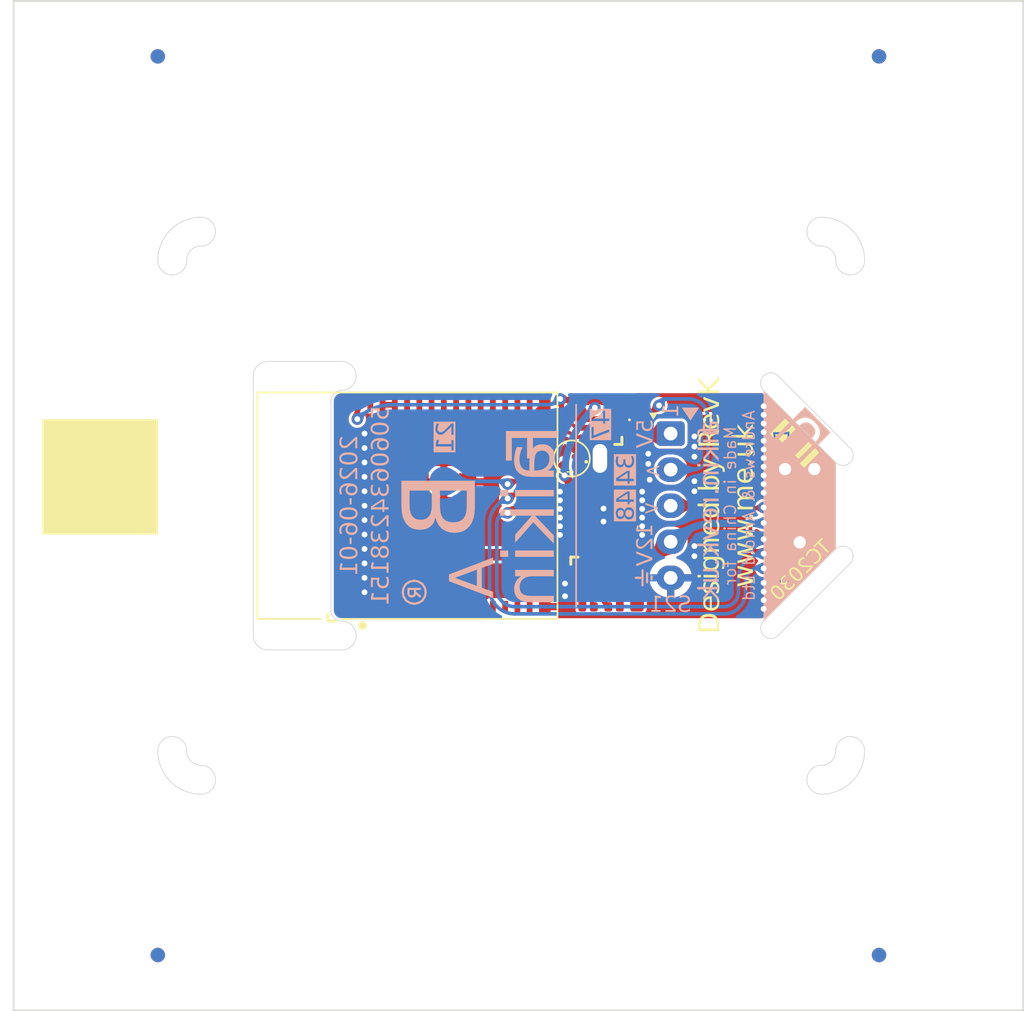
<source format=kicad_pcb>
(kicad_pcb (version 20241129) (generator "pcbnew") (generator_version "9.0")
  (title_block (title "PCB-FAIKIN") (rev "1") (company "Adrian Kennard, Andrews & Arnold Ltd"))
  (layers (0 "F.Cu" signal) (2 "B.Cu" signal) (13 "F.Paste" user) (15 "B.Paste" user) (5 "F.SilkS" user "F.Silkscreen") (7 "B.SilkS" user "B.Silkscreen") (1 "F.Mask" user) (3 "B.Mask" user) (25 "Edge.Cuts" user))
  (net 0 "")
  (net 1 "GND")
  (net 2 "TX")
  (net 3 "RX")
  (net 4 "Net-(D4-K)")
  (net 5 "LED")
  (net 6 "DC")
  (net 7 "Net-(U4-EN)")
  (net 8 "Net-(J1-Pin_3)")
  (net 17 "+3.3V")
  (net 21 "Net-(J1-Pin_1)")
  (net 34 "D-")
  (net 35 "D+")
  (net 39 "Net-(J3-Pin_2)")
  (net 56 "Net-(D4-A)")
  (footprint "RevK:R_0402" (layer "F.Cu") (at 143.6 60 90)
    (property "Reference" "R1" (hide yes))
    (property "Value" "10k" (hide yes))
  )
  (footprint "RevK:C_0603_" (layer "F.Cu") (at 143.23 68.815 90)
    (property "Reference" "C8" (hide yes))
    (property "Value" "10uF 35V")
  )
  (footprint "RevK:VCUT70N" (layer "F.Cu") (at 135 83)
    (property "Reference" "V4" (hide yes))
    (property "Value" "~")
  )
  (footprint "RevK:SMD1010+" (layer "F.Cu") (at 138.7 61.725 180)
    (property "Reference" "D1" (hide yes))
    (property "Value" "XL-1010RGBC-WS2812B" (hide yes))
  )
  (footprint "RevK:VCUT70N" (layer "F.Cu") (at 112 65 90)
    (property "Reference" "V5" (hide yes))
    (property "Value" "~")
  )
  (footprint "RevK:VCUT70N" (layer "F.Cu") (at 135 47)
    (property "Reference" "V3" (hide yes))
    (property "Value" "~")
  )
  (footprint "RevK:DFN1006-2L" (layer "F.Cu") (at 143.6 58.15 -90)
    (property "Reference" "D3" (hide yes))
    (property "Value" "~")
  )
  (footprint "RevK:C_0402" (layer "F.Cu") (at 138.5 58.6)
    (property "Reference" "C6" (hide yes))
    (property "Value" "1uF" (hide yes))
  )
  (footprint "RevK:R_0402_" (layer "F.Cu") (at 138.93 72 180)
    (property "Reference" "R10" (hide yes))
    (property "Value" "39k2" (hide yes))
  )
  (footprint "RevK:D_0402" (layer "F.Cu") (at 142.7 58.15 90)
    (property "Reference" "D4" (hide yes))
    (property "Value" "D")
  )
  (footprint "RevK:SOT-363_SC-70-6" (layer "F.Cu") (at 140.6 59.6 180)
    (property "Reference" "Q1" (hide yes))
    (property "Value" "BSS138PS")
  )
  (footprint "RevK:SOT-23-6-MD8942" (layer "F.Cu") (at 140.73 70.115 180)
    (property "Reference" "U3" (hide yes))
    (property "Value" "MD8942")
  )
  (footprint "RevK:R_0402" (layer "F.Cu") (at 139.2 57.7 180)
    (property "Reference" "R3" (hide yes))
    (property "Value" "10K" (hide yes))
  )
  (footprint "RevK:DFN1006-2L" (layer "F.Cu") (at 142.7 60 90)
    (property "Reference" "D2" (hide yes))
    (property "Value" "~")
  )
  (footprint "RevK:R_0402_" (layer "F.Cu") (at 142.53 72 180)
    (property "Reference" "R11" (hide yes))
    (property "Value" "1M" (hide yes))
  )
  (footprint "RevK:C_0402" (layer "F.Cu") (at 143.1 62.5 90)
    (property "Reference" "C2" (hide yes))
    (property "Value" "100nF" (hide yes))
  )
  (footprint "RevK:1x2-Hole" (layer "F.Cu") (at 140.65 61.725)
    (property "Reference" "TP1" (hide yes))
    (property "Value" "TestPoint")
  )
  (footprint "RevK:ESP32-S3-MINI-1" (layer "F.Cu") (at 129.83 65 90)
    (property "Reference" "U4" (hide yes))
    (property "Value" "ESP32-S3-MINI-1" (hide yes))
  )
  (footprint "RevK:C_0603_" (layer "F.Cu") (at 140.73 68.115)
    (property "Reference" "C10" (hide yes))
    (property "Value" "100nF")
  )
  (footprint "RevK:VCUT70N" (layer "F.Cu") (at 135 73 180)
    (property "Reference" "V2" (hide yes))
    (property "Value" "~")
  )
  (footprint "RevK:JST_EH_S5B-EH_1x05_P2.50mm_Horizontal" (layer "F.Cu") (at 145.555 60 -90)
    (property "Reference" "J1" (hide yes))
    (property "Value" "1x5")
  )
  (footprint "RevK:C_0603" (layer "F.Cu") (at 142.1 62.2 90)
    (property "Reference" "C5" (hide yes))
    (property "Value" "22uF")
  )
  (footprint "RevK:L_4x4_" (layer "F.Cu") (at 140.73 65.515)
    (property "Reference" "L2" (hide yes))
    (property "Value" "10uH")
  )
  (footprint "RevK:R_0402" (layer "F.Cu") (at 141.4 57.7)
    (property "Reference" "R2" (hide yes))
    (property "Value" "10k" (hide yes))
  )
  (footprint "RevK:C_0603_" (layer "F.Cu") (at 138.23 68.815 -90)
    (property "Reference" "C9" (hide yes))
    (property "Value" "10uF 6.3V")
  )
  (footprint "RevK:R_0402_" (layer "F.Cu") (at 140.73 72.015)
    (property "Reference" "R9" (hide yes))
    (property "Value" "124k" (hide yes))
  )
  (footprint "RevK:PCB7070" (layer "F.Cu") (at 135 65)
    (property "Reference" "PCB1" (hide yes))
    (property "Value" "70x70" (hide yes))
    (fp_line (start -35 -35) (end 35 -35) (stroke (width 0.12)) (layer "Edge.Cuts"))
    (fp_line (start -35 35) (end -35 -35) (stroke (width 0.12)) (layer "Edge.Cuts"))
    (fp_line (start 35 -35) (end 35 35) (stroke (width 0.12)) (layer "Edge.Cuts"))
    (fp_line (start 35 35) (end -35 35) (stroke (width 0.12)) (layer "Edge.Cuts"))
  )
  (footprint "RevK:Tag-Connect_TC2030-IDC-NL_2x03_P1.27mm_Vertical" (layer "B.Cu") (at 154.5 65 90)
    (property "Reference" "J2" (hide yes))
    (property "Value" "TC2030-USB-NL-DS")
  )
  (footprint "RevK:VCUT70N" (layer "B.Cu") (at 135 57 180)
    (property "Reference" "V1" (hide yes))
    (property "Value" "~")
  )
  (footprint "RevK:VCUT70N" (layer "B.Cu") (at 157 65 90)
    (property "Reference" "V6" (hide yes))
    (property "Value" "~")
  )
  (footprint "RevK:AA-Pad" (layer "B.Cu") (at 129.83 65 -90)
    (property "Reference" "J3" (hide yes))
    (property "Value" "Reset")
  )
  (gr_rect (start 102 59) (end 110 67) (fill yes) (layer "F.SilkS"))
  (gr_circle (center 124.2 73.3) (end 124.5 73.3) (fill yes) (layer "F.SilkS"))
  (gr_poly (pts (xy 144.055 58.55) (xy 144.655 58.55) (xy 144.355 59.05)) (fill yes) (layer "F.SilkS"))
  (gr_poly (pts (xy 147.53 58.2) (xy 146.33 58.2) (xy 146.93 59.1)) (fill yes) (layer "B.SilkS"))
  (gr_line (start 139 58) (end 139 72) (stroke (width 0.12)) (layer "B.SilkS"))
  (gr_arc (start 113 83) (mid 114 84) (end 113 85) (stroke (width 0.05)) (layer "Edge.Cuts"))
  (gr_arc (start 123.75 74) (mid 123.457107 74.707107) (end 122.75 75) (stroke (width 0.05)) (layer "Edge.Cuts"))
  (gr_arc (start 159 82) (mid 158.12132 84.12132) (end 156 85) (stroke (width 0.05)) (layer "Edge.Cuts"))
  (gr_arc (start 156 85) (mid 155 84) (end 156 83) (stroke (width 0.05)) (layer "Edge.Cuts"))
  (gr_line (start 152 73) (end 157 68) (stroke (width 0.05)) (layer "Edge.Cuts"))
  (gr_arc (start 113 45) (mid 114 46) (end 113 47) (stroke (width 0.05)) (layer "Edge.Cuts"))
  (gr_arc (start 157 68) (mid 157.999998 68) (end 157.999998 68.999998) (stroke (width 0.05)) (layer "Edge.Cuts"))
  (gr_line (start 152.999998 56.000002) (end 157.999998 61.000002) (stroke (width 0.05)) (layer "Edge.Cuts"))
  (gr_arc (start 156 47) (mid 156.707107 47.292893) (end 157 48) (stroke (width 0.05)) (layer "Edge.Cuts"))
  (gr_arc (start 159 48) (mid 158 49) (end 157 48) (stroke (width 0.05)) (layer "Edge.Cuts"))
  (gr_arc (start 152.999998 73.999998) (mid 152 73.999998) (end 152 73) (stroke (width 0.05)) (layer "Edge.Cuts"))
  (gr_arc (start 122.75 73) (mid 122.21967 72.78033) (end 122 72.25) (stroke (width 0.05)) (layer "Edge.Cuts"))
  (gr_arc (start 156 45) (mid 158.12132 45.87868) (end 159 48) (stroke (width 0.05)) (layer "Edge.Cuts"))
  (gr_arc (start 110 48) (mid 110.87868 45.87868) (end 113 45) (stroke (width 0.05)) (layer "Edge.Cuts"))
  (gr_arc (start 112 48) (mid 112.292893 47.292893) (end 113 47) (stroke (width 0.05)) (layer "Edge.Cuts"))
  (gr_line (start 116.619601 56) (end 116.619601 74) (stroke (width 0.05)) (layer "Edge.Cuts"))
  (gr_arc (start 110 82) (mid 111 81) (end 112 82) (stroke (width 0.05)) (layer "Edge.Cuts"))
  (gr_arc (start 113 83) (mid 112.292893 82.707107) (end 112 82) (stroke (width 0.05)) (layer "Edge.Cuts"))
  (gr_line (start 152.999998 73.999998) (end 157.999998 68.999998) (stroke (width 0.05)) (layer "Edge.Cuts"))
  (gr_line (start 122.75 75) (end 117.619601 75) (stroke (width 0.05)) (layer "Edge.Cuts"))
  (gr_arc (start 117.619601 75) (mid 116.912494 74.707107) (end 116.619601 74) (stroke (width 0.05)) (layer "Edge.Cuts"))
  (gr_arc (start 112 48) (mid 111 49) (end 110 48) (stroke (width 0.05)) (layer "Edge.Cuts"))
  (gr_arc (start 157 82) (mid 156.707107 82.707107) (end 156 83) (stroke (width 0.05)) (layer "Edge.Cuts"))
  (gr_arc (start 122.75 55) (mid 123.457107 55.292893) (end 123.75 56) (stroke (width 0.05)) (layer "Edge.Cuts"))
  (gr_arc (start 157 82) (mid 158 81) (end 159 82) (stroke (width 0.05)) (layer "Edge.Cuts"))
  (gr_arc (start 152 57) (mid 152 56.000002) (end 152.999998 56.000002) (stroke (width 0.05)) (layer "Edge.Cuts"))
  (gr_arc (start 157.999998 61.000002) (mid 157.999998 62) (end 157 62) (stroke (width 0.05)) (layer "Edge.Cuts"))
  (gr_line (start 152 57) (end 157 62) (stroke (width 0.05)) (layer "Edge.Cuts"))
  (gr_arc (start 122 57.75) (mid 122.21967 57.21967) (end 122.75 57) (stroke (width 0.05)) (layer "Edge.Cuts"))
  (gr_arc (start 113 85) (mid 110.87868 84.12132) (end 110 82) (stroke (width 0.05)) (layer "Edge.Cuts"))
  (gr_arc (start 116.619601 56) (mid 116.912494 55.292894) (end 117.619601 55) (stroke (width 0.05)) (layer "Edge.Cuts"))
  (gr_arc (start 156 47) (mid 155 46) (end 156 45) (stroke (width 0.05)) (layer "Edge.Cuts"))
  (gr_arc (start 123.75 56) (mid 123.457107 56.707107) (end 122.75 57) (stroke (width 0.05)) (layer "Edge.Cuts"))
  (gr_arc (start 122.75 73) (mid 123.457107 73.292893) (end 123.75 74) (stroke (width 0.05)) (layer "Edge.Cuts"))
  (gr_line (start 117.619601 55) (end 122.75 55) (stroke (width 0.05)) (layer "Edge.Cuts"))
  (gr_line (start 122 57.75) (end 122 72.25) (stroke (width 0.05)) (layer "Edge.Cuts"))
  (gr_text "3" (at 153.3 65 90) (layer "F.SilkS" knockout) (effects (font (size 1.1 1.1))))
  (gr_text "Designed by RevK\nwww.me.uk" (at 149.5 65 90) (layer "F.SilkS") (effects (font (size 1.4 1.4))))
  (gr_text "1" (at 153.33 60 90) (layer "F.SilkS" knockout) (effects (font (size 1.1 1.1))))
  (gr_text "5" (at 153.33 70 90) (layer "F.SilkS" knockout) (effects (font (size 1.1 1.1))))
  (gr_text "S21" (at 156 65 90) (layer "F.SilkS" knockout) (effects (font (size 1.7 1.7))))
  (gr_text "F" (at 136.25 60.749998 90) (layer "B.SilkS") (effects (font (size 3.5 3.5)) (justify mirror)))
  (gr_text "®" (at 127.8 71 90) (layer "B.SilkS") (effects (font (size 1.2 1.2)) (justify mirror)))
  (gr_text "TC2030" (at 154.6 69.5 45) (layer "B.SilkS" knockout) (effects (font (size 1 1)) (justify mirror)))
  (gr_text "${CURRENT_DATE}" (at 123.33 65 90) (layer "B.SilkS") (effects (font (size 1.2 1.2)) (justify mirror)))
  (gr_text "1" (at 145.63 58.4 90) (layer "B.SilkS") (effects (font (size 1.1 1.1) (thickness 0.1)) (justify mirror)))
  (gr_text "U" (at 154.8 60 135) (layer "B.SilkS" knockout) (effects (font (size 2.5 2.5)) (justify mirror)))
  (gr_text ">" (at 144.33 62.6 0) (layer "B.SilkS") (effects (font (size 1 1)) (justify mirror)))
  (gr_text "Made in China for\nAndrews & Arnold Ltd" (at 150.33 65 90) (layer "B.SilkS") (effects (font (size 0.8 0.8) (thickness 0.1)) (justify mirror)))
  (gr_text "5060634238151" (at 125.5 65 90) (layer "B.SilkS") (effects (font (size 1.2 1.2) (thickness 0.025)) (justify mirror)))
  (gr_text "A" (at 132 70 90) (layer "B.SilkS") (effects (font (size 3 3)) (justify mirror)))
  (gr_text "48" (at 142.5 65 90) (layer "B.SilkS" knockout) (effects (font (size 1.2 1.2) (thickness 0.1)) (justify mirror)))
  (gr_text "S21" (at 145.53 71.9 0) (layer "B.SilkS") (effects (font (size 1.1 1.1)) (justify mirror)))
  (gr_text "5V" (at 143.83 60 90) (layer "B.SilkS") (effects (font (size 1.1 1.1) (thickness 0.1)) (justify mirror)))
  (gr_text " aikin.revk.uk" (at 148.3 65 90) (layer "B.SilkS") (effects (font (size 1.4 1.4)) (justify mirror)))
  (gr_text "12V" (at 143.83 67.7 90) (layer "B.SilkS") (effects (font (size 1.1 1.1) (thickness 0.1)) (justify mirror)))
  (gr_text " aikin" (at 136 65.499998 90) (layer "B.SilkS") (effects (font (size 3.5 3.5)) (justify mirror)))
  (gr_text "47" (at 140.8 59.4 90) (layer "B.SilkS" knockout) (effects (font (size 1.2 1.2) (thickness 0.1)) (justify mirror)))
  (gr_text "21" (at 130 60.25 90) (layer "B.SilkS" knockout) (effects (font (size 1.2 1.2) (thickness 0.1)) (justify mirror)))
  (gr_text "f" (at 148.3 59.8 90) (layer "B.SilkS") (effects (font (size 1.4 1.4)) (justify mirror)))
  (gr_text "34" (at 142.5 62.5 90) (layer "B.SilkS" knockout) (effects (font (size 1.2 1.2) (thickness 0.1)) (justify mirror)))
  (gr_text "<" (at 144.23 65.2 0) (layer "B.SilkS") (effects (font (size 1 1)) (justify mirror)))
  (gr_text "⏚" (at 143.73 70 90) (layer "B.SilkS") (effects (font (size 1.1 1.1)) (justify mirror)))
  (segment (start 136.83 72) (end 138.393786 72) (width 0.5) (layer "F.Cu") (net 1))
  (segment (start 136.83 72) (end 136.83 70.95) (width 0.5) (layer "F.Cu") (net 1))
  (segment (start 137.83 64.4) (end 137.83 64.3) (width 0.25) (layer "F.Cu") (net 1))
  (via (at 124.33 66) (size 0.8) (drill 0.4) (layers "F.Cu" "B.Cu") (net 1))
  (via (at 144.1 63.2) (size 0.8) (drill 0.4) (layers "F.Cu" "B.Cu") (net 1))
  (via (at 151.999884 67.324981) (size 0.8) (drill 0.4) (layers "F.Cu" "B.Cu") (net 1))
  (via (at 124.33 61) (size 0.8) (drill 0.4) (layers "F.Cu" "B.Cu") (net 1))
  (via (at 140.9 66.1) (size 0.8) (drill 0.4) (layers "F.Cu" "B.Cu") (net 1))
  (via (at 152 71.55) (size 0.8) (drill 0.4) (layers "F.Cu" "B.Cu") (net 1))
  (via (at 152 70.95) (size 0.8) (drill 0.4) (layers "F.Cu" "B.Cu") (net 1))
  (via (at 143.58 64.625) (size 0.8) (drill 0.4) (layers "F.Cu" "B.Cu") (net 1))
  (via (at 124.33 67) (size 0.8) (drill 0.4) (layers "F.Cu" "B.Cu") (net 1))
  (via (at 147.2 68.5) (size 0.8) (drill 0.4) (layers "F.Cu" "B.Cu") (net 1))
  (via (at 152 70.35) (size 0.8) (drill 0.4) (layers "F.Cu" "B.Cu") (net 1))
  (via (at 152 62.9) (size 0.8) (drill 0.4) (layers "F.Cu" "B.Cu") (net 1))
  (via (at 147.2 64) (size 0.8) (drill 0.4) (layers "F.Cu" "B.Cu") (net 1))
  (via (at 147.2 61.6) (size 0.8) (drill 0.4) (layers "F.Cu" "B.Cu") (net 1))
  (via (at 138.23 71.275) (size 0.8) (drill 0.4) (layers "F.Cu" "B.Cu") (net 1))
  (via (at 152 63.5) (size 0.8) (drill 0.4) (layers "F.Cu" "B.Cu") (net 1))
  (via (at 124.33 68) (size 0.8) (drill 0.4) (layers "F.Cu" "B.Cu") (net 1))
  (via (at 137.88 64.625) (size 0.8) (drill 0.4) (layers "F.Cu" "B.Cu") (net 1))
  (via (at 143.58 67.025) (size 0.8) (drill 0.4) (layers "F.Cu" "B.Cu") (net 1))
  (via (at 143.58 65.825) (size 0.8) (drill 0.4) (layers "F.Cu" "B.Cu") (net 1))
  (via (at 147.2 60.2) (size 0.8) (drill 0.4) (layers "F.Cu" "B.Cu") (net 1))
  (via (at 152 64.1) (size 0.8) (drill 0.4) (layers "F.Cu" "B.Cu") (net 1))
  (via (at 152 59.9) (size 0.8) (drill 0.4) (layers "F.Cu" "B.Cu") (net 1))
  (via (at 124.33 71) (size 0.8) (drill 0.4) (layers "F.Cu" "B.Cu") (net 1))
  (via (at 124.33 63) (size 0.8) (drill 0.4) (layers "F.Cu" "B.Cu") (net 1))
  (via (at 143.58 66.425) (size 0.8) (drill 0.4) (layers "F.Cu" "B.Cu") (net 1))
  (via (at 137.88 67.025) (size 0.8) (drill 0.4) (layers "F.Cu" "B.Cu") (net 1))
  (via (at 144 61.4) (size 0.8) (drill 0.4) (layers "F.Cu" "B.Cu") (net 1))
  (via (at 140.9 65.2) (size 0.8) (drill 0.4) (layers "F.Cu" "B.Cu") (net 1))
  (via (at 124.33 70) (size 0.8) (drill 0.4) (layers "F.Cu" "B.Cu") (net 1))
  (via (at 137.88 66.425) (size 0.8) (drill 0.4) (layers "F.Cu" "B.Cu") (net 1))
  (via (at 124.33 65) (size 0.8) (drill 0.4) (layers "F.Cu" "B.Cu") (net 1))
  (via (at 152 62.3) (size 0.8) (drill 0.4) (layers "F.Cu" "B.Cu") (net 1))
  (via (at 124.33 60) (size 0.8) (drill 0.4) (layers "F.Cu" "B.Cu") (net 1))
  (via (at 147.2 63.3) (size 0.8) (drill 0.4) (layers "F.Cu" "B.Cu") (net 1))
  (via (at 152 58.1) (size 0.8) (drill 0.4) (layers "F.Cu" "B.Cu") (net 1))
  (via (at 138.23 70.4) (size 0.8) (drill 0.4) (layers "F.Cu" "B.Cu") (net 1))
  (via (at 147.2 60.9) (size 0.8) (drill 0.4) (layers "F.Cu" "B.Cu") (net 1))
  (via (at 152 58.7) (size 0.8) (drill 0.4) (layers "F.Cu" "B.Cu") (net 1))
  (via (at 152 61.1) (size 0.8) (drill 0.4) (layers "F.Cu" "B.Cu") (net 1))
  (via (at 124.33 69) (size 0.8) (drill 0.4) (layers "F.Cu" "B.Cu") (net 1))
  (via (at 137.88 64.025) (size 0.8) (drill 0.4) (layers "F.Cu" "B.Cu") (net 1))
  (via (at 124.33 62) (size 0.8) (drill 0.4) (layers "F.Cu" "B.Cu") (net 1))
  (via (at 137.88 65.225) (size 0.8) (drill 0.4) (layers "F.Cu" "B.Cu") (net 1))
  (via (at 152 60.5) (size 0.8) (drill 0.4) (layers "F.Cu" "B.Cu") (net 1))
  (via (at 124.33 64) (size 0.8) (drill 0.4) (layers "F.Cu" "B.Cu") (net 1))
  (via (at 143.58 65.225) (size 0.8) (drill 0.4) (layers "F.Cu" "B.Cu") (net 1))
  (via (at 147.2 67.8) (size 0.8) (drill 0.4) (layers "F.Cu" "B.Cu") (net 1))
  (via (at 143.58 64.025) (size 0.8) (drill 0.4) (layers "F.Cu" "B.Cu") (net 1))
  (via (at 152 72.15) (size 0.8) (drill 0.4) (layers "F.Cu" "B.Cu") (net 1))
  (via (at 152 61.7) (size 0.8) (drill 0.4) (layers "F.Cu" "B.Cu") (net 1))
  (via (at 144 62.1) (size 0.8) (drill 0.4) (layers "F.Cu" "B.Cu") (net 1))
  (via (at 152 59.3) (size 0.8) (drill 0.4) (layers "F.Cu" "B.Cu") (net 1))
  (via (at 137.88 65.825) (size 0.8) (drill 0.4) (layers "F.Cu" "B.Cu") (net 1))
  (arc (start 139.313 61.112) (mid 139.981889 61.24505) (end 140.548946 61.623945) (width 0.5) (layer "F.Cu") (net 1))
  (segment (start 139.65 59.6) (end 139.141421 59.6) (width 0.25) (layer "F.Cu") (net 2))
  (segment (start 138.9 59.5) (end 138.901752 59.501752) (width 0.25) (layer "F.Cu") (net 2))
  (segment (start 138.41468 59.3) (end 137.433553 59.3) (width 0.25) (layer "F.Cu") (net 2))
  (arc (start 137.433553 59.3) (mid 137.106912 59.235027) (end 136.83 59.05) (width 0.25) (layer "F.Cu") (net 2))
  (arc (start 138.901752 59.501752) (mid 138.678282 59.352433) (end 138.41468 59.3) (width 0.25) (layer "F.Cu") (net 2))
  (arc (start 139.141421 59.6) (mid 139.010765 59.574011) (end 138.9 59.5) (width 0.25) (layer "F.Cu") (net 2))
  (segment (start 139.101776 60.25) (end 139.65 60.25) (width 0.25) (layer "F.Cu") (net 3))
  (segment (start 136.83 59.9) (end 138.256802 59.9) (width 0.25) (layer "F.Cu") (net 3))
  (arc (start 138.256802 59.9) (mid 138.550778 59.958476) (end 138.8 60.125) (width 0.25) (layer "F.Cu") (net 3))
  (arc (start 138.8 60.125) (mid 138.938456 60.217513) (end 139.101776 60.25) (width 0.25) (layer "F.Cu") (net 3))
  (segment (start 141.55 59.6) (end 141.3 59.6) (width 0.25) (layer "F.Cu") (net 4))
  (segment (start 140.9 59.2) (end 140.9 58.7) (width 0.25) (layer "F.Cu") (net 4))
  (segment (start 141.175 58.425) (end 142.193016 58.425) (width 0.25) (layer "F.Cu") (net 4))
  (segment (start 144.666941 58.133058) (end 144.75 58.05) (width 0.25) (layer "F.Cu") (net 4))
  (segment (start 142.7 58.635) (end 143.455148 58.635) (width 0.25) (layer "F.Cu") (net 4))
  (via (at 144.75 58.05) (size 0.8) (drill 0.4) (layers "F.Cu" "B.Cu") (net 4))
  (arc (start 140.9 58.7) (mid 140.980546 58.505546) (end 141.175 58.425) (width 0.25) (layer "F.Cu") (net 4))
  (arc (start 141.3 59.6) (mid 141.017157 59.482843) (end 140.9 59.2) (width 0.25) (layer "F.Cu") (net 4))
  (arc (start 143.455148 58.635) (mid 143.533541 58.619406) (end 143.6 58.575) (width 0.25) (layer "F.Cu") (net 4))
  (arc (start 142.193016 58.425) (mid 142.467393 58.479577) (end 142.7 58.635) (width 0.25) (layer "F.Cu") (net 4))
  (arc (start 143.6 58.575) (mid 144.177425 58.460143) (end 144.666941 58.133058) (width 0.25) (layer "F.Cu") (net 4))
  (segment (start 145.65 57.6) (end 146.83 57.6) (width 0.25) (layer "B.Cu") (net 4))
  (segment (start 148.13 61.45) (end 148.13 58.9) (width 0.25) (layer "B.Cu") (net 4))
  (segment (start 145.555 62.5) (end 147.08 62.5) (width 0.25) (layer "B.Cu") (net 4))
  (segment (start 145.2 57.6) (end 145.65 57.6) (width 0.25) (layer "B.Cu") (net 4))
  (arc (start 146.83 57.6) (mid 147.749239 57.980761) (end 148.13 58.9) (width 0.25) (layer "B.Cu") (net 4))
  (arc (start 147.08 62.5) (mid 147.822462 62.192462) (end 148.13 61.45) (width 0.25) (layer "B.Cu") (net 4))
  (arc (start 144.75 58.05) (mid 144.881802 57.731802) (end 145.2 57.6) (width 0.25) (layer "B.Cu") (net 4))
  (segment (start 136.83 61.6) (end 137.380026 61.6) (width 0.25) (layer "F.Cu") (net 5))
  (arc (start 137.380026 61.6) (mid 137.837323 61.509038) (end 138.225 61.25) (width 0.25) (layer "F.Cu") (net 5))
  (segment (start 145.555 67.5) (end 143.944178 69.110822) (width 0.5) (layer "F.Cu") (net 6))
  (via (at 152 66.2) (size 0.8) (drill 0.4) (layers "F.Cu" "B.Cu") (net 6))
  (arc (start 143.944178 69.110822) (mid 143.415609 69.901881) (end 143.23 70.835) (width 0.5) (layer "F.Cu") (net 6))
  (segment (start 153.865 66.27) (end 155.135 66.27) (width 0.5) (layer "B.Cu") (net 6))
  (segment (start 152.010069 66.224991) (end 148.633144 66.224991) (width 0.5) (layer "B.Cu") (net 6))
  (segment (start 152.06006 66.17) (end 152.005069 66.224991) (width 0.5) (layer "B.Cu") (net 6))
  (segment (start 152 66.2) (end 153.696006 66.2) (width 0.5) (layer "B.Cu") (net 6))
  (arc (start 152.080078 66.3) (mid 152.018252 66.256817) (end 152.050078 66.27) (width 0.5) (layer "B.Cu") (net 6))
  (arc (start 152 66.219922) (mid 152.018252 66.256817) (end 152 66.3) (width 0.5) (layer "B.Cu") (net 6))
  (arc (start 152 66.3) (mid 152.018252 66.256817) (end 152.080078 66.3) (width 0.5) (layer "B.Cu") (net 6))
  (arc (start 148.633144 66.224991) (mid 146.967265 66.556355) (end 145.555 67.5) (width 0.5) (layer "B.Cu") (net 6))
  (arc (start 153.696006 66.2) (mid 153.787465 66.218193) (end 153.865 66.27) (width 0.5) (layer "B.Cu") (net 6))
  (arc (start 152.005069 66.224991) (mid 152.018252 66.256817) (end 152 66.219922) (width 0.5) (layer "B.Cu") (net 6))
  (segment (start 138.7 57.7) (end 138.141421 57.7) (width 0.25) (layer "F.Cu") (net 7))
  (segment (start 138 58.6) (end 138 57.841421) (width 0.25) (layer "F.Cu") (net 7))
  (segment (start 123.829502 59) (end 123.829502 58.050498) (width 0.25) (layer "F.Cu") (net 7))
  (via (at 137.9 57.6) (size 0.8) (drill 0.4) (layers "F.Cu" "B.Cu") (net 7))
  (via (at 123.829502 59) (size 0.8) (drill 0.4) (layers "F.Cu" "B.Cu") (net 7))
  (arc (start 138 57.841421) (mid 137.974011 57.710765) (end 137.9 57.6) (width 0.25) (layer "F.Cu") (net 7))
  (arc (start 138.141421 57.7) (mid 138.010765 57.674011) (end 137.9 57.6) (width 0.25) (layer "F.Cu") (net 7))
  (segment (start 126.243715 58) (end 136 58) (width 0.25) (layer "B.Cu") (net 7))
  (segment (start 136 58) (end 136.2 58) (width 0.25) (layer "B.Cu") (net 7))
  (segment (start 136.2 58) (end 136.934315 58) (width 0.25) (layer "B.Cu") (net 7))
  (arc (start 136.934315 58) (mid 137.45694 57.896043) (end 137.9 57.6) (width 0.25) (layer "B.Cu") (net 7))
  (arc (start 126.243715 58) (mid 124.937153 58.259891) (end 123.829502 59) (width 0.25) (layer "B.Cu") (net 7))
  (segment (start 144.15495 59.25495) (end 144.05495 59.35495) (width 0.25) (layer "F.Cu") (net 8))
  (segment (start 144.47995 58.92995) (end 144.15495 59.25495) (width 0.25) (layer "F.Cu") (net 8))
  (segment (start 142.7 59.575) (end 143.418934 59.575) (width 0.25) (layer "F.Cu") (net 8))
  (segment (start 145.555 65) (end 148.18 65) (width 0.25) (layer "F.Cu") (net 8))
  (segment (start 142.327696 59.255) (end 142.610711 59.538015) (width 0.25) (layer "F.Cu") (net 8))
  (segment (start 148.248061 58.825) (end 144.733321 58.825) (width 0.25) (layer "F.Cu") (net 8))
  (segment (start 149.03 64.15) (end 149.03 59.606939) (width 0.25) (layer "F.Cu") (net 8))
  (segment (start 141.55 58.95) (end 141.591361 58.95) (width 0.25) (layer "F.Cu") (net 8))
  (segment (start 144.129033 59.280868) (end 144.15495 59.25495) (width 0.25) (layer "F.Cu") (net 8))
  (arc (start 144.733321 58.825) (mid 144.596198 58.852275) (end 144.47995 58.92995) (width 0.25) (layer "F.Cu") (net 8))
  (arc (start 149.03 59.606939) (mid 148.800975 59.054025) (end 148.248061 58.825) (width 0.25) (layer "F.Cu") (net 8))
  (arc (start 143.418934 59.575) (mid 143.516926 59.555508) (end 143.6 59.5) (width 0.25) (layer "F.Cu") (net 8))
  (arc (start 142.610711 59.538015) (mid 142.651677 59.565388) (end 142.7 59.575) (width 0.25) (layer "F.Cu") (net 8))
  (arc (start 141.591361 58.95) (mid 141.989862 59.029267) (end 142.327696 59.255) (width 0.25) (layer "F.Cu") (net 8))
  (arc (start 144.05495 59.35495) (mid 143.894286 59.462303) (end 143.704769 59.5) (width 0.25) (layer "F.Cu") (net 8))
  (arc (start 148.18 65) (mid 148.781041 64.751041) (end 149.03 64.15) (width 0.25) (layer "F.Cu") (net 8))
  (arc (start 143.6 59.5) (mid 143.88631 59.443049) (end 144.129033 59.280868) (width 0.25) (layer "F.Cu") (net 8))
  (segment (start 140.3 57.7) (end 139.7 57.7) (width 0.5) (layer "F.Cu") (net 17))
  (segment (start 140.3 58.2) (end 140.3 57.7) (width 0.5) (layer "F.Cu") (net 17))
  (segment (start 136.83 68.4) (end 137.360884 68.4) (width 0.8) (layer "F.Cu") (net 17))
  (segment (start 142.160355 63) (end 143.1 63) (width 0.5) (layer "F.Cu") (net 17))
  (segment (start 139.23 65.515) (end 139.23 65.386639) (width 0.5) (layer "F.Cu") (net 17))
  (segment (start 140.3 57.7) (end 140.95 57.7) (width 0.5) (layer "F.Cu") (net 17))
  (segment (start 138.93 67.815) (end 138.93 66.515) (width 0.8) (layer "F.Cu") (net 17))
  (segment (start 125.58 72) (end 125.58 71.42) (width 0.8) (layer "F.Cu") (net 17))
  (segment (start 139.40229 65.099056) (end 141.422488 63.078858) (width 0.5) (layer "F.Cu") (net 17))
  (segment (start 138.705 68.04) (end 138.93 67.815) (width 0.8) (layer "F.Cu") (net 17))
  (segment (start 136.83 68.4) (end 128.6 68.4) (width 0.8) (layer "F.Cu") (net 17))
  (segment (start 138.23 68.04) (end 138.705 68.04) (width 0.8) (layer "F.Cu") (net 17))
  (segment (start 138.2 62.9) (end 138.2 62.260355) (width 0.5) (layer "F.Cu") (net 17))
  (via (at 140.3 58.2) (size 0.8) (drill 0.4) (layers "F.Cu" "B.Cu") (net 17))
  (via (at 138.2 62.9) (size 0.8) (drill 0.4) (layers "F.Cu" "B.Cu") (net 17))
  (arc (start 138.2 62.260355) (mid 138.206497 62.227691) (end 138.225 62.2) (width 0.5) (layer "F.Cu") (net 17))
  (arc (start 139.23 65.386639) (mid 138.962312 64.04088) (end 138.2 62.9) (width 0.5) (layer "F.Cu") (net 17))
  (arc (start 141.422488 63.078858) (mid 141.675982 62.909478) (end 141.975 62.85) (width 0.5) (layer "F.Cu") (net 17))
  (arc (start 137.360884 68.4) (mid 137.831246 68.306439) (end 138.23 68.04) (width 0.8) (layer "F.Cu") (net 17))
  (arc (start 125.58 71.42) (mid 126.464538 69.284538) (end 128.6 68.4) (width 0.8) (layer "F.Cu") (net 17))
  (segment (start 140.038478 58.461523) (end 140.3 58.2) (width 0.5) (layer "B.Cu") (net 17))
  (arc (start 138.2 62.9) (mid 138.677805 60.497913) (end 140.038478 58.461523) (width 0.5) (layer "B.Cu") (net 17))
  (segment (start 144.807106 60) (end 145.555 60) (width 0.25) (layer "F.Cu") (net 21))
  (arc (start 143.6 60.5) (mid 144.153825 60.129946) (end 144.807106 60) (width 0.25) (layer "F.Cu") (net 21))
  (segment (start 152.005 65.125) (end 151.705 65.125) (width 0.25) (layer "F.Cu") (net 34))
  (segment (start 136.83 65) (end 135.457106 65) (width 0.25) (layer "F.Cu") (net 34))
  (segment (start 151.08 65.75) (end 151.08 67.399981) (width 0.25) (layer "F.Cu") (net 34))
  (via (at 152.000002 68.324983) (size 0.8) (drill 0.4) (layers "F.Cu" "B.Cu") (net 34))
  (via (at 134.25 65.5) (size 0.8) (drill 0.4) (layers "F.Cu" "B.Cu") (net 34))
  (via (at 152 65.125) (size 0.8) (drill 0.4) (layers "F.Cu" "B.Cu") (net 34))
  (arc (start 151.705 65.125) (mid 151.263058 65.308058) (end 151.08 65.75) (width 0.25) (layer "F.Cu") (net 34))
  (arc (start 135.457106 65) (mid 134.803825 65.129946) (end 134.25 65.5) (width 0.25) (layer "F.Cu") (net 34))
  (arc (start 151.08 67.399981) (mid 151.350927 68.054056) (end 152.005002 68.324983) (width 0.25) (layer "F.Cu") (net 34))
  (segment (start 152 65.125) (end 153.563224 65.125) (width 0.25) (layer "B.Cu") (net 34))
  (segment (start 150.25 70.074985) (end 150.25 71) (width 0.25) (layer "B.Cu") (net 34))
  (segment (start 149.25 72) (end 134.75 72) (width 0.25) (layer "B.Cu") (net 34))
  (segment (start 133.5 70.75) (end 133.5 66.25) (width 0.25) (layer "B.Cu") (net 34))
  (arc (start 133.5 66.25) (mid 133.71967 65.71967) (end 134.25 65.5) (width 0.25) (layer "B.Cu") (net 34))
  (arc (start 150.25 71) (mid 149.957107 71.707107) (end 149.25 72) (width 0.25) (layer "B.Cu") (net 34))
  (arc (start 134.75 72) (mid 133.866117 71.633883) (end 133.5 70.75) (width 0.25) (layer "B.Cu") (net 34))
  (arc (start 153.563224 65.125) (mid 153.726544 65.092513) (end 153.865 65) (width 0.25) (layer "B.Cu") (net 34))
  (arc (start 152.000002 68.324983) (mid 150.762564 68.837547) (end 150.25 70.074985) (width 0.25) (layer "B.Cu") (net 34))
  (segment (start 136.83 64.15) (end 135.094974 64.15) (width 0.25) (layer "F.Cu") (net 35))
  (via (at 134.25 64.5) (size 0.8) (drill 0.4) (layers "F.Cu" "B.Cu") (net 35))
  (via (at 152 69.35) (size 0.8) (drill 0.4) (layers "F.Cu" "B.Cu") (net 35))
  (arc (start 135.094974 64.15) (mid 134.637678 64.240962) (end 134.25 64.5) (width 0.25) (layer "F.Cu") (net 35))
  (segment (start 152 69.35) (end 151.675 69.325) (width 0.25) (layer "B.Cu") (net 35))
  (segment (start 152 69.325) (end 152 69.35) (width 0.25) (layer "B.Cu") (net 35))
  (segment (start 133 70.75) (end 133 66.207106) (width 0.25) (layer "B.Cu") (net 35))
  (segment (start 150.75 70.25) (end 150.75 71) (width 0.25) (layer "B.Cu") (net 35))
  (segment (start 156.282634 66.147634) (end 156.282634 67) (width 0.25) (layer "B.Cu") (net 35))
  (segment (start 149.25 72.5) (end 134.75 72.5) (width 0.25) (layer "B.Cu") (net 35))
  (segment (start 133.5 65) (end 133.823223 64.676777) (width 0.25) (layer "B.Cu") (net 35))
  (segment (start 153.957634 69.325) (end 152 69.325) (width 0.25) (layer "B.Cu") (net 35))
  (arc (start 150.75 71) (mid 150.31066 72.06066) (end 149.25 72.5) (width 0.25) (layer "B.Cu") (net 35))
  (arc (start 156.282634 67) (mid 155.601657 68.644023) (end 153.957634 69.325) (width 0.25) (layer "B.Cu") (net 35))
  (arc (start 155.135 65) (mid 155.9465 65.336134) (end 156.282634 66.147634) (width 0.25) (layer "B.Cu") (net 35))
  (arc (start 133.823223 64.676777) (mid 134.01903 64.545943) (end 134.25 64.5) (width 0.25) (layer "B.Cu") (net 35))
  (arc (start 151.675 69.325) (mid 151.020926 69.595926) (end 150.75 70.25) (width 0.25) (layer "B.Cu") (net 35))
  (arc (start 134.75 72.5) (mid 133.512563 71.987437) (end 133 70.75) (width 0.25) (layer "B.Cu") (net 35))
  (arc (start 133 66.207106) (mid 133.129946 65.553825) (end 133.5 65) (width 0.25) (layer "B.Cu") (net 35))
  (segment (start 136.83 63.3) (end 134.732842 63.3) (width 0.25) (layer "F.Cu") (net 39))
  (via (at 134.25 63.5) (size 0.8) (drill 0.4) (layers "F.Cu" "B.Cu") (net 39))
  (arc (start 134.732842 63.3) (mid 134.47153 63.351978) (end 134.25 63.5) (width 0.25) (layer "F.Cu") (net 39))
  (segment (start 134.25 63.5) (end 134.189245 63.442151) (width 0.25) (layer "B.Cu") (net 39))
  (segment (start 133.870205 63.31) (end 129.83 63.31) (width 0.25) (layer "B.Cu") (net 39))
  (arc (start 134.189245 63.442151) (mid 134.042869 63.344345) (end 133.870205 63.31) (width 0.25) (layer "B.Cu") (net 39))
  (segment (start 142.7 57.665) (end 141.984497 57.665) (width 0.25) (layer "F.Cu") (net 56))
  (arc (start 141.984497 57.665) (mid 141.938768 57.674096) (end 141.9 57.7) (width 0.25) (layer "F.Cu") (net 56))
  (zone (net 1) (net_name "GND") (layers "F&B.Cu") (connect_pads thru_hole_only (clearance 0.2)) (min_thickness 0.2) (fill yes (thermal_gap 0.5) (thermal_bridge_width 0.5))
    (polygon (pts (xy 158.055 73) (xy 158.055 57) (xy 121.355 57) (xy 121.355 73)))
  )
  (zone (net 0) (net_name "") (layers "*.SilkS") (connect_pads (clearance 0.2)) (min_thickness 0) (fill yes (thermal_gap 0.5) (thermal_bridge_width 0.5))
    (polygon (pts (xy 152 57) (xy 157 62) (xy 157 68) (xy 152 73)))
  )
)
</source>
